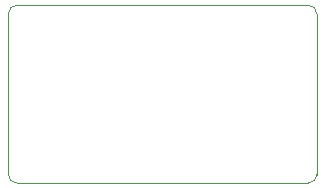
<source format=gbr>
%TF.GenerationSoftware,KiCad,Pcbnew,(6.0.8)*%
%TF.CreationDate,2022-11-02T12:38:53+08:00*%
%TF.ProjectId,usb2can_pcb,75736232-6361-46e5-9f70-63622e6b6963,rev?*%
%TF.SameCoordinates,Original*%
%TF.FileFunction,Profile,NP*%
%FSLAX46Y46*%
G04 Gerber Fmt 4.6, Leading zero omitted, Abs format (unit mm)*
G04 Created by KiCad (PCBNEW (6.0.8)) date 2022-11-02 12:38:53*
%MOMM*%
%LPD*%
G01*
G04 APERTURE LIST*
%TA.AperFunction,Profile*%
%ADD10C,0.100000*%
%TD*%
G04 APERTURE END LIST*
D10*
X39110894Y-67518306D02*
G75*
G03*
X39822094Y-68229506I711206J6D01*
G01*
X64521106Y-68229506D02*
X39822094Y-68229506D01*
X39827200Y-53182500D02*
G75*
G03*
X39116000Y-53893694I0J-711200D01*
G01*
X65232306Y-53893694D02*
G75*
G03*
X64521106Y-53182494I-711206J-6D01*
G01*
X65232306Y-53893694D02*
X65232306Y-67518306D01*
X39827200Y-53182494D02*
X64521106Y-53182494D01*
X64521106Y-68229506D02*
G75*
G03*
X65232306Y-67518306I-6J711206D01*
G01*
X39116000Y-53893694D02*
X39110894Y-67518306D01*
M02*

</source>
